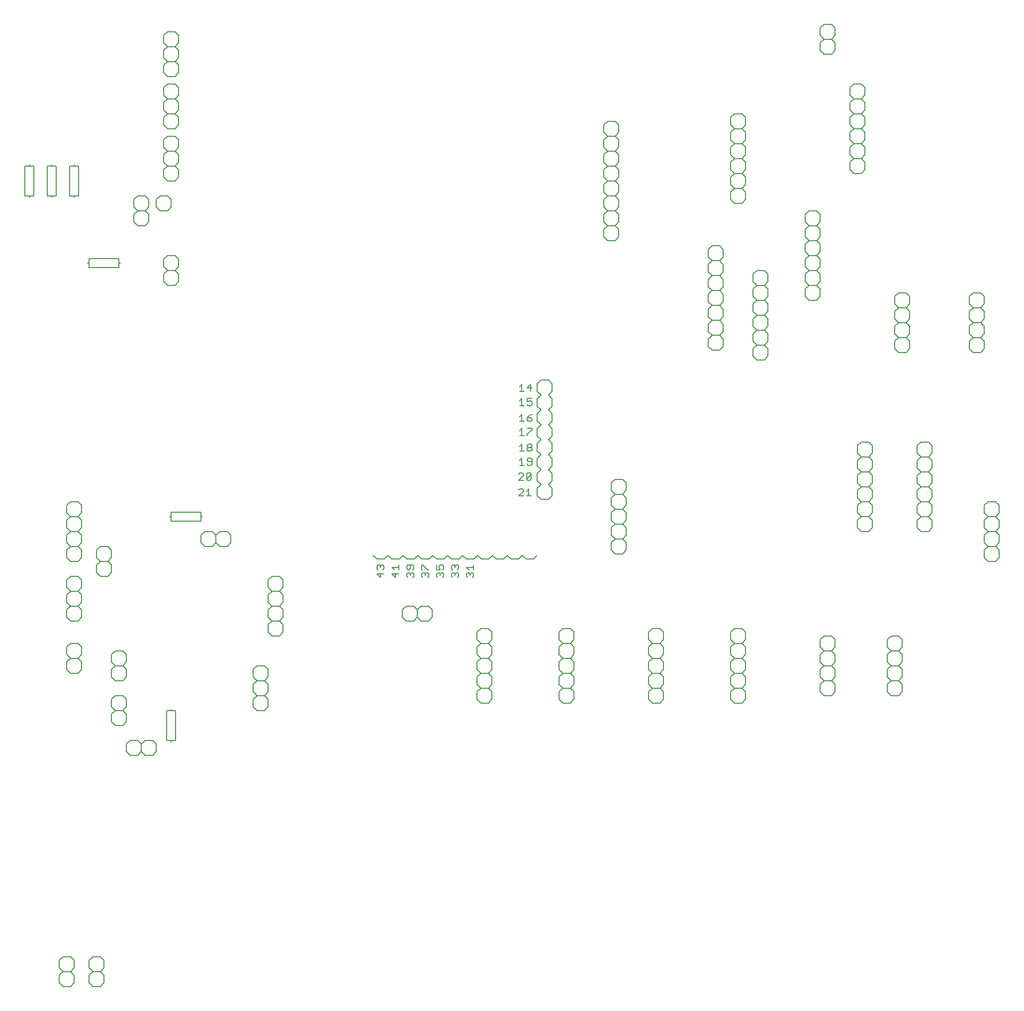
<source format=gto>
G75*
%MOIN*%
%OFA0B0*%
%FSLAX25Y25*%
%IPPOS*%
%LPD*%
%AMOC8*
5,1,8,0,0,1.08239X$1,22.5*
%
%ADD10C,0.00600*%
%ADD11C,0.00800*%
D10*
X0053000Y0055500D02*
X0053000Y0060500D01*
X0055500Y0063000D01*
X0053000Y0065500D01*
X0053000Y0070500D01*
X0055500Y0073000D01*
X0060500Y0073000D01*
X0063000Y0070500D01*
X0063000Y0065500D01*
X0060500Y0063000D01*
X0063000Y0060500D01*
X0063000Y0055500D01*
X0060500Y0053000D01*
X0055500Y0053000D01*
X0053000Y0055500D01*
X0055500Y0063000D02*
X0060500Y0063000D01*
X0073000Y0060500D02*
X0073000Y0055500D01*
X0075500Y0053000D01*
X0080500Y0053000D01*
X0083000Y0055500D01*
X0083000Y0060500D01*
X0080500Y0063000D01*
X0075500Y0063000D01*
X0073000Y0060500D01*
X0075500Y0063000D02*
X0073000Y0065500D01*
X0073000Y0070500D01*
X0075500Y0073000D01*
X0080500Y0073000D01*
X0083000Y0070500D01*
X0083000Y0065500D01*
X0080500Y0063000D01*
X0100500Y0208000D02*
X0105500Y0208000D01*
X0108000Y0210500D01*
X0110500Y0208000D01*
X0115500Y0208000D01*
X0118000Y0210500D01*
X0118000Y0215500D01*
X0115500Y0218000D01*
X0110500Y0218000D01*
X0108000Y0215500D01*
X0108000Y0210500D01*
X0108000Y0215500D02*
X0105500Y0218000D01*
X0100500Y0218000D01*
X0098000Y0215500D01*
X0098000Y0210500D01*
X0100500Y0208000D01*
X0095500Y0228000D02*
X0090500Y0228000D01*
X0088000Y0230500D01*
X0088000Y0235500D01*
X0090500Y0238000D01*
X0088000Y0240500D01*
X0088000Y0245500D01*
X0090500Y0248000D01*
X0095500Y0248000D01*
X0098000Y0245500D01*
X0098000Y0240500D01*
X0095500Y0238000D01*
X0098000Y0235500D01*
X0098000Y0230500D01*
X0095500Y0228000D01*
X0095500Y0238000D02*
X0090500Y0238000D01*
X0090500Y0258000D02*
X0088000Y0260500D01*
X0088000Y0265500D01*
X0090500Y0268000D01*
X0088000Y0270500D01*
X0088000Y0275500D01*
X0090500Y0278000D01*
X0095500Y0278000D01*
X0098000Y0275500D01*
X0098000Y0270500D01*
X0095500Y0268000D01*
X0098000Y0265500D01*
X0098000Y0260500D01*
X0095500Y0258000D01*
X0090500Y0258000D01*
X0090500Y0268000D02*
X0095500Y0268000D01*
X0068000Y0270500D02*
X0068000Y0265500D01*
X0065500Y0263000D01*
X0060500Y0263000D01*
X0058000Y0265500D01*
X0058000Y0270500D01*
X0060500Y0273000D01*
X0058000Y0275500D01*
X0058000Y0280500D01*
X0060500Y0283000D01*
X0065500Y0283000D01*
X0068000Y0280500D01*
X0068000Y0275500D01*
X0065500Y0273000D01*
X0068000Y0270500D01*
X0065500Y0273000D02*
X0060500Y0273000D01*
X0060500Y0298000D02*
X0058000Y0300500D01*
X0058000Y0305500D01*
X0060500Y0308000D01*
X0058000Y0310500D01*
X0058000Y0315500D01*
X0060500Y0318000D01*
X0058000Y0320500D01*
X0058000Y0325500D01*
X0060500Y0328000D01*
X0065500Y0328000D01*
X0068000Y0325500D01*
X0068000Y0320500D01*
X0065500Y0318000D01*
X0068000Y0315500D01*
X0068000Y0310500D01*
X0065500Y0308000D01*
X0068000Y0305500D01*
X0068000Y0300500D01*
X0065500Y0298000D01*
X0060500Y0298000D01*
X0060500Y0308000D02*
X0065500Y0308000D01*
X0065500Y0318000D02*
X0060500Y0318000D01*
X0078000Y0330500D02*
X0078000Y0335500D01*
X0080500Y0338000D01*
X0078000Y0340500D01*
X0078000Y0345500D01*
X0080500Y0348000D01*
X0085500Y0348000D01*
X0088000Y0345500D01*
X0088000Y0340500D01*
X0085500Y0338000D01*
X0088000Y0335500D01*
X0088000Y0330500D01*
X0085500Y0328000D01*
X0080500Y0328000D01*
X0078000Y0330500D01*
X0080500Y0338000D02*
X0085500Y0338000D01*
X0068000Y0340500D02*
X0065500Y0338000D01*
X0060500Y0338000D01*
X0058000Y0340500D01*
X0058000Y0345500D01*
X0060500Y0348000D01*
X0058000Y0350500D01*
X0058000Y0355500D01*
X0060500Y0358000D01*
X0058000Y0360500D01*
X0058000Y0365500D01*
X0060500Y0368000D01*
X0058000Y0370500D01*
X0058000Y0375500D01*
X0060500Y0378000D01*
X0065500Y0378000D01*
X0068000Y0375500D01*
X0068000Y0370500D01*
X0065500Y0368000D01*
X0068000Y0365500D01*
X0068000Y0360500D01*
X0065500Y0358000D01*
X0060500Y0358000D01*
X0065500Y0358000D02*
X0068000Y0355500D01*
X0068000Y0350500D01*
X0065500Y0348000D01*
X0068000Y0345500D01*
X0068000Y0340500D01*
X0065500Y0348000D02*
X0060500Y0348000D01*
X0060500Y0368000D02*
X0065500Y0368000D01*
X0148000Y0355500D02*
X0148000Y0350500D01*
X0150500Y0348000D01*
X0155500Y0348000D01*
X0158000Y0350500D01*
X0158000Y0355500D01*
X0155500Y0358000D01*
X0150500Y0358000D01*
X0148000Y0355500D01*
X0158000Y0355500D02*
X0160500Y0358000D01*
X0165500Y0358000D01*
X0168000Y0355500D01*
X0168000Y0350500D01*
X0165500Y0348000D01*
X0160500Y0348000D01*
X0158000Y0350500D01*
X0193000Y0325500D02*
X0193000Y0320500D01*
X0195500Y0318000D01*
X0200500Y0318000D01*
X0203000Y0320500D01*
X0203000Y0325500D01*
X0200500Y0328000D01*
X0195500Y0328000D01*
X0193000Y0325500D01*
X0195500Y0318000D02*
X0193000Y0315500D01*
X0193000Y0310500D01*
X0195500Y0308000D01*
X0200500Y0308000D01*
X0203000Y0305500D01*
X0203000Y0300500D01*
X0200500Y0298000D01*
X0203000Y0295500D01*
X0203000Y0290500D01*
X0200500Y0288000D01*
X0195500Y0288000D01*
X0193000Y0290500D01*
X0193000Y0295500D01*
X0195500Y0298000D01*
X0193000Y0300500D01*
X0193000Y0305500D01*
X0195500Y0308000D01*
X0200500Y0308000D02*
X0203000Y0310500D01*
X0203000Y0315500D01*
X0200500Y0318000D01*
X0200500Y0298000D02*
X0195500Y0298000D01*
X0190500Y0268000D02*
X0193000Y0265500D01*
X0193000Y0260500D01*
X0190500Y0258000D01*
X0193000Y0255500D01*
X0193000Y0250500D01*
X0190500Y0248000D01*
X0193000Y0245500D01*
X0193000Y0240500D01*
X0190500Y0238000D01*
X0185500Y0238000D01*
X0183000Y0240500D01*
X0183000Y0245500D01*
X0185500Y0248000D01*
X0183000Y0250500D01*
X0183000Y0255500D01*
X0185500Y0258000D01*
X0183000Y0260500D01*
X0183000Y0265500D01*
X0185500Y0268000D01*
X0190500Y0268000D01*
X0190500Y0258000D02*
X0185500Y0258000D01*
X0185500Y0248000D02*
X0190500Y0248000D01*
X0265854Y0339534D02*
X0270854Y0339534D01*
X0273354Y0342034D01*
X0275854Y0339534D01*
X0280854Y0339534D01*
X0283354Y0342034D01*
X0285854Y0339534D01*
X0290854Y0339534D01*
X0293354Y0342034D01*
X0295854Y0339534D01*
X0300854Y0339534D01*
X0303354Y0342034D01*
X0305854Y0339534D01*
X0310854Y0339534D01*
X0313354Y0342034D01*
X0315854Y0339534D01*
X0320854Y0339534D01*
X0323354Y0342034D01*
X0325854Y0339534D01*
X0330854Y0339534D01*
X0333354Y0342034D01*
X0335854Y0339534D01*
X0340854Y0339534D01*
X0343354Y0342034D01*
X0345854Y0339534D01*
X0350854Y0339534D01*
X0353354Y0342034D01*
X0355854Y0339534D01*
X0360854Y0339534D01*
X0363354Y0342034D01*
X0365854Y0339534D01*
X0370854Y0339534D01*
X0373354Y0342034D01*
X0390500Y0293000D02*
X0395500Y0293000D01*
X0398000Y0290500D01*
X0398000Y0285500D01*
X0395500Y0283000D01*
X0398000Y0280500D01*
X0398000Y0275500D01*
X0395500Y0273000D01*
X0398000Y0270500D01*
X0398000Y0265500D01*
X0395500Y0263000D01*
X0398000Y0260500D01*
X0398000Y0255500D01*
X0395500Y0253000D01*
X0398000Y0250500D01*
X0398000Y0245500D01*
X0395500Y0243000D01*
X0390500Y0243000D01*
X0388000Y0245500D01*
X0388000Y0250500D01*
X0390500Y0253000D01*
X0388000Y0255500D01*
X0388000Y0260500D01*
X0390500Y0263000D01*
X0395500Y0263000D01*
X0390500Y0263000D02*
X0388000Y0265500D01*
X0388000Y0270500D01*
X0390500Y0273000D01*
X0388000Y0275500D01*
X0388000Y0280500D01*
X0390500Y0283000D01*
X0388000Y0285500D01*
X0388000Y0290500D01*
X0390500Y0293000D01*
X0390500Y0283000D02*
X0395500Y0283000D01*
X0395500Y0273000D02*
X0390500Y0273000D01*
X0390500Y0253000D02*
X0395500Y0253000D01*
X0343000Y0250500D02*
X0343000Y0245500D01*
X0340500Y0243000D01*
X0335500Y0243000D01*
X0333000Y0245500D01*
X0333000Y0250500D01*
X0335500Y0253000D01*
X0333000Y0255500D01*
X0333000Y0260500D01*
X0335500Y0263000D01*
X0340500Y0263000D01*
X0343000Y0260500D01*
X0343000Y0255500D01*
X0340500Y0253000D01*
X0343000Y0250500D01*
X0340500Y0253000D02*
X0335500Y0253000D01*
X0335500Y0263000D02*
X0333000Y0265500D01*
X0333000Y0270500D01*
X0335500Y0273000D01*
X0333000Y0275500D01*
X0333000Y0280500D01*
X0335500Y0283000D01*
X0333000Y0285500D01*
X0333000Y0290500D01*
X0335500Y0293000D01*
X0340500Y0293000D01*
X0343000Y0290500D01*
X0343000Y0285500D01*
X0340500Y0283000D01*
X0343000Y0280500D01*
X0343000Y0275500D01*
X0340500Y0273000D01*
X0343000Y0270500D01*
X0343000Y0265500D01*
X0340500Y0263000D01*
X0340500Y0273000D02*
X0335500Y0273000D01*
X0335500Y0283000D02*
X0340500Y0283000D01*
X0303000Y0300500D02*
X0300500Y0298000D01*
X0295500Y0298000D01*
X0293000Y0300500D01*
X0290500Y0298000D01*
X0285500Y0298000D01*
X0283000Y0300500D01*
X0283000Y0305500D01*
X0285500Y0308000D01*
X0290500Y0308000D01*
X0293000Y0305500D01*
X0295500Y0308000D01*
X0300500Y0308000D01*
X0303000Y0305500D01*
X0303000Y0300500D01*
X0293000Y0300500D02*
X0293000Y0305500D01*
X0265854Y0339534D02*
X0263354Y0342034D01*
X0423000Y0345500D02*
X0425500Y0343000D01*
X0430500Y0343000D01*
X0433000Y0345500D01*
X0433000Y0350500D01*
X0430500Y0353000D01*
X0433000Y0355500D01*
X0433000Y0360500D01*
X0430500Y0363000D01*
X0425500Y0363000D01*
X0423000Y0360500D01*
X0423000Y0355500D01*
X0425500Y0353000D01*
X0430500Y0353000D01*
X0425500Y0353000D02*
X0423000Y0350500D01*
X0423000Y0345500D01*
X0425500Y0363000D02*
X0423000Y0365500D01*
X0423000Y0370500D01*
X0425500Y0373000D01*
X0423000Y0375500D01*
X0423000Y0380500D01*
X0425500Y0383000D01*
X0423000Y0385500D01*
X0423000Y0390500D01*
X0425500Y0393000D01*
X0430500Y0393000D01*
X0433000Y0390500D01*
X0433000Y0385500D01*
X0430500Y0383000D01*
X0433000Y0380500D01*
X0433000Y0375500D01*
X0430500Y0373000D01*
X0433000Y0370500D01*
X0433000Y0365500D01*
X0430500Y0363000D01*
X0430500Y0373000D02*
X0425500Y0373000D01*
X0425500Y0383000D02*
X0430500Y0383000D01*
X0450500Y0293000D02*
X0455500Y0293000D01*
X0458000Y0290500D01*
X0458000Y0285500D01*
X0455500Y0283000D01*
X0458000Y0280500D01*
X0458000Y0275500D01*
X0455500Y0273000D01*
X0458000Y0270500D01*
X0458000Y0265500D01*
X0455500Y0263000D01*
X0458000Y0260500D01*
X0458000Y0255500D01*
X0455500Y0253000D01*
X0458000Y0250500D01*
X0458000Y0245500D01*
X0455500Y0243000D01*
X0450500Y0243000D01*
X0448000Y0245500D01*
X0448000Y0250500D01*
X0450500Y0253000D01*
X0448000Y0255500D01*
X0448000Y0260500D01*
X0450500Y0263000D01*
X0455500Y0263000D01*
X0450500Y0263000D02*
X0448000Y0265500D01*
X0448000Y0270500D01*
X0450500Y0273000D01*
X0448000Y0275500D01*
X0448000Y0280500D01*
X0450500Y0283000D01*
X0448000Y0285500D01*
X0448000Y0290500D01*
X0450500Y0293000D01*
X0450500Y0283000D02*
X0455500Y0283000D01*
X0455500Y0273000D02*
X0450500Y0273000D01*
X0450500Y0253000D02*
X0455500Y0253000D01*
X0503000Y0250500D02*
X0503000Y0245500D01*
X0505500Y0243000D01*
X0510500Y0243000D01*
X0513000Y0245500D01*
X0513000Y0250500D01*
X0510500Y0253000D01*
X0513000Y0255500D01*
X0513000Y0260500D01*
X0510500Y0263000D01*
X0505500Y0263000D01*
X0503000Y0260500D01*
X0503000Y0255500D01*
X0505500Y0253000D01*
X0510500Y0253000D01*
X0505500Y0253000D02*
X0503000Y0250500D01*
X0505500Y0263000D02*
X0503000Y0265500D01*
X0503000Y0270500D01*
X0505500Y0273000D01*
X0503000Y0275500D01*
X0503000Y0280500D01*
X0505500Y0283000D01*
X0503000Y0285500D01*
X0503000Y0290500D01*
X0505500Y0293000D01*
X0510500Y0293000D01*
X0513000Y0290500D01*
X0513000Y0285500D01*
X0510500Y0283000D01*
X0513000Y0280500D01*
X0513000Y0275500D01*
X0510500Y0273000D01*
X0513000Y0270500D01*
X0513000Y0265500D01*
X0510500Y0263000D01*
X0510500Y0273000D02*
X0505500Y0273000D01*
X0505500Y0283000D02*
X0510500Y0283000D01*
X0563000Y0280500D02*
X0565500Y0278000D01*
X0570500Y0278000D01*
X0573000Y0280500D01*
X0573000Y0285500D01*
X0570500Y0288000D01*
X0565500Y0288000D01*
X0563000Y0285500D01*
X0563000Y0280500D01*
X0565500Y0278000D02*
X0563000Y0275500D01*
X0563000Y0270500D01*
X0565500Y0268000D01*
X0570500Y0268000D01*
X0573000Y0265500D01*
X0573000Y0260500D01*
X0570500Y0258000D01*
X0573000Y0255500D01*
X0573000Y0250500D01*
X0570500Y0248000D01*
X0565500Y0248000D01*
X0563000Y0250500D01*
X0563000Y0255500D01*
X0565500Y0258000D01*
X0563000Y0260500D01*
X0563000Y0265500D01*
X0565500Y0268000D01*
X0570500Y0268000D02*
X0573000Y0270500D01*
X0573000Y0275500D01*
X0570500Y0278000D01*
X0570500Y0258000D02*
X0565500Y0258000D01*
X0608000Y0255500D02*
X0608000Y0250500D01*
X0610500Y0248000D01*
X0615500Y0248000D01*
X0618000Y0250500D01*
X0618000Y0255500D01*
X0615500Y0258000D01*
X0610500Y0258000D01*
X0608000Y0255500D01*
X0610500Y0258000D02*
X0608000Y0260500D01*
X0608000Y0265500D01*
X0610500Y0268000D01*
X0608000Y0270500D01*
X0608000Y0275500D01*
X0610500Y0278000D01*
X0608000Y0280500D01*
X0608000Y0285500D01*
X0610500Y0288000D01*
X0615500Y0288000D01*
X0618000Y0285500D01*
X0618000Y0280500D01*
X0615500Y0278000D01*
X0618000Y0275500D01*
X0618000Y0270500D01*
X0615500Y0268000D01*
X0610500Y0268000D01*
X0615500Y0268000D02*
X0618000Y0265500D01*
X0618000Y0260500D01*
X0615500Y0258000D01*
X0615500Y0278000D02*
X0610500Y0278000D01*
X0673000Y0340500D02*
X0673000Y0345500D01*
X0675500Y0348000D01*
X0673000Y0350500D01*
X0673000Y0355500D01*
X0675500Y0358000D01*
X0673000Y0360500D01*
X0673000Y0365500D01*
X0675500Y0368000D01*
X0673000Y0370500D01*
X0673000Y0375500D01*
X0675500Y0378000D01*
X0680500Y0378000D01*
X0683000Y0375500D01*
X0683000Y0370500D01*
X0680500Y0368000D01*
X0683000Y0365500D01*
X0683000Y0360500D01*
X0680500Y0358000D01*
X0675500Y0358000D01*
X0680500Y0358000D02*
X0683000Y0355500D01*
X0683000Y0350500D01*
X0680500Y0348000D01*
X0683000Y0345500D01*
X0683000Y0340500D01*
X0680500Y0338000D01*
X0675500Y0338000D01*
X0673000Y0340500D01*
X0675500Y0348000D02*
X0680500Y0348000D01*
X0680500Y0368000D02*
X0675500Y0368000D01*
X0638000Y0365500D02*
X0635500Y0368000D01*
X0630500Y0368000D01*
X0628000Y0365500D01*
X0628000Y0360500D01*
X0630500Y0358000D01*
X0635500Y0358000D01*
X0638000Y0360500D01*
X0638000Y0365500D01*
X0635500Y0368000D02*
X0638000Y0370500D01*
X0638000Y0375500D01*
X0635500Y0378000D01*
X0630500Y0378000D01*
X0628000Y0375500D01*
X0628000Y0370500D01*
X0630500Y0368000D01*
X0630500Y0378000D02*
X0628000Y0380500D01*
X0628000Y0385500D01*
X0630500Y0388000D01*
X0628000Y0390500D01*
X0628000Y0395500D01*
X0630500Y0398000D01*
X0628000Y0400500D01*
X0628000Y0405500D01*
X0630500Y0408000D01*
X0628000Y0410500D01*
X0628000Y0415500D01*
X0630500Y0418000D01*
X0635500Y0418000D01*
X0638000Y0415500D01*
X0638000Y0410500D01*
X0635500Y0408000D01*
X0638000Y0405500D01*
X0638000Y0400500D01*
X0635500Y0398000D01*
X0630500Y0398000D01*
X0635500Y0398000D02*
X0638000Y0395500D01*
X0638000Y0390500D01*
X0635500Y0388000D01*
X0638000Y0385500D01*
X0638000Y0380500D01*
X0635500Y0378000D01*
X0635500Y0388000D02*
X0630500Y0388000D01*
X0630500Y0408000D02*
X0635500Y0408000D01*
X0598000Y0405500D02*
X0598000Y0400500D01*
X0595500Y0398000D01*
X0598000Y0395500D01*
X0598000Y0390500D01*
X0595500Y0388000D01*
X0598000Y0385500D01*
X0598000Y0380500D01*
X0595500Y0378000D01*
X0598000Y0375500D01*
X0598000Y0370500D01*
X0595500Y0368000D01*
X0598000Y0365500D01*
X0598000Y0360500D01*
X0595500Y0358000D01*
X0590500Y0358000D01*
X0588000Y0360500D01*
X0588000Y0365500D01*
X0590500Y0368000D01*
X0588000Y0370500D01*
X0588000Y0375500D01*
X0590500Y0378000D01*
X0595500Y0378000D01*
X0590500Y0378000D02*
X0588000Y0380500D01*
X0588000Y0385500D01*
X0590500Y0388000D01*
X0588000Y0390500D01*
X0588000Y0395500D01*
X0590500Y0398000D01*
X0588000Y0400500D01*
X0588000Y0405500D01*
X0590500Y0408000D01*
X0588000Y0410500D01*
X0588000Y0415500D01*
X0590500Y0418000D01*
X0595500Y0418000D01*
X0598000Y0415500D01*
X0598000Y0410500D01*
X0595500Y0408000D01*
X0598000Y0405500D01*
X0595500Y0408000D02*
X0590500Y0408000D01*
X0590500Y0398000D02*
X0595500Y0398000D01*
X0595500Y0388000D02*
X0590500Y0388000D01*
X0590500Y0368000D02*
X0595500Y0368000D01*
X0525500Y0473000D02*
X0520500Y0473000D01*
X0518000Y0475500D01*
X0518000Y0480500D01*
X0520500Y0483000D01*
X0518000Y0485500D01*
X0518000Y0490500D01*
X0520500Y0493000D01*
X0518000Y0495500D01*
X0518000Y0500500D01*
X0520500Y0503000D01*
X0518000Y0505500D01*
X0518000Y0510500D01*
X0520500Y0513000D01*
X0518000Y0515500D01*
X0518000Y0520500D01*
X0520500Y0523000D01*
X0518000Y0525500D01*
X0518000Y0530500D01*
X0520500Y0533000D01*
X0525500Y0533000D01*
X0528000Y0530500D01*
X0528000Y0525500D01*
X0525500Y0523000D01*
X0528000Y0520500D01*
X0528000Y0515500D01*
X0525500Y0513000D01*
X0520500Y0513000D01*
X0525500Y0513000D02*
X0528000Y0510500D01*
X0528000Y0505500D01*
X0525500Y0503000D01*
X0528000Y0500500D01*
X0528000Y0495500D01*
X0525500Y0493000D01*
X0528000Y0490500D01*
X0528000Y0485500D01*
X0525500Y0483000D01*
X0528000Y0480500D01*
X0528000Y0475500D01*
X0525500Y0473000D01*
X0525500Y0483000D02*
X0520500Y0483000D01*
X0520500Y0493000D02*
X0525500Y0493000D01*
X0525500Y0503000D02*
X0520500Y0503000D01*
X0520500Y0523000D02*
X0525500Y0523000D01*
X0498000Y0522035D02*
X0495500Y0519535D01*
X0498000Y0517035D01*
X0498000Y0512035D01*
X0495500Y0509535D01*
X0498000Y0507035D01*
X0498000Y0502035D01*
X0495500Y0499535D01*
X0490500Y0499535D01*
X0488000Y0502035D01*
X0488000Y0507035D01*
X0490500Y0509535D01*
X0488000Y0512035D01*
X0488000Y0517035D01*
X0490500Y0519535D01*
X0488000Y0522035D01*
X0488000Y0527035D01*
X0490500Y0529535D01*
X0488000Y0532035D01*
X0488000Y0537035D01*
X0490500Y0539535D01*
X0488000Y0542035D01*
X0488000Y0547035D01*
X0490500Y0549535D01*
X0495500Y0549535D01*
X0498000Y0547035D01*
X0498000Y0542035D01*
X0495500Y0539535D01*
X0498000Y0537035D01*
X0498000Y0532035D01*
X0495500Y0529535D01*
X0490500Y0529535D01*
X0495500Y0529535D02*
X0498000Y0527035D01*
X0498000Y0522035D01*
X0495500Y0519535D02*
X0490500Y0519535D01*
X0490500Y0509535D02*
X0495500Y0509535D01*
X0495500Y0499535D02*
X0498000Y0497035D01*
X0498000Y0492035D01*
X0495500Y0489535D01*
X0498000Y0487035D01*
X0498000Y0482035D01*
X0495500Y0479535D01*
X0490500Y0479535D01*
X0488000Y0482035D01*
X0488000Y0487035D01*
X0490500Y0489535D01*
X0488000Y0492035D01*
X0488000Y0497035D01*
X0490500Y0499535D01*
X0490500Y0489535D02*
X0495500Y0489535D01*
X0495500Y0539535D02*
X0490500Y0539535D01*
X0505500Y0578000D02*
X0503000Y0580500D01*
X0503000Y0585500D01*
X0505500Y0588000D01*
X0503000Y0590500D01*
X0503000Y0595500D01*
X0505500Y0598000D01*
X0510500Y0598000D01*
X0513000Y0595500D01*
X0513000Y0590500D01*
X0510500Y0588000D01*
X0513000Y0585500D01*
X0513000Y0580500D01*
X0510500Y0578000D01*
X0505500Y0578000D01*
X0505500Y0588000D02*
X0510500Y0588000D01*
X0510500Y0598000D02*
X0513000Y0600500D01*
X0513000Y0605500D01*
X0510500Y0608000D01*
X0513000Y0610500D01*
X0513000Y0615500D01*
X0510500Y0618000D01*
X0513000Y0620500D01*
X0513000Y0625500D01*
X0510500Y0628000D01*
X0513000Y0630500D01*
X0513000Y0635500D01*
X0510500Y0638000D01*
X0505500Y0638000D01*
X0503000Y0635500D01*
X0503000Y0630500D01*
X0505500Y0628000D01*
X0510500Y0628000D01*
X0505500Y0628000D02*
X0503000Y0625500D01*
X0503000Y0620500D01*
X0505500Y0618000D01*
X0510500Y0618000D01*
X0505500Y0618000D02*
X0503000Y0615500D01*
X0503000Y0610500D01*
X0505500Y0608000D01*
X0510500Y0608000D01*
X0505500Y0608000D02*
X0503000Y0605500D01*
X0503000Y0600500D01*
X0505500Y0598000D01*
X0553000Y0570500D02*
X0555500Y0573000D01*
X0560500Y0573000D01*
X0563000Y0570500D01*
X0563000Y0565500D01*
X0560500Y0563000D01*
X0563000Y0560500D01*
X0563000Y0555500D01*
X0560500Y0553000D01*
X0563000Y0550500D01*
X0563000Y0545500D01*
X0560500Y0543000D01*
X0563000Y0540500D01*
X0563000Y0535500D01*
X0560500Y0533000D01*
X0563000Y0530500D01*
X0563000Y0525500D01*
X0560500Y0523000D01*
X0563000Y0520500D01*
X0563000Y0515500D01*
X0560500Y0513000D01*
X0555500Y0513000D01*
X0553000Y0515500D01*
X0553000Y0520500D01*
X0555500Y0523000D01*
X0553000Y0525500D01*
X0553000Y0530500D01*
X0555500Y0533000D01*
X0560500Y0533000D01*
X0555500Y0533000D02*
X0553000Y0535500D01*
X0553000Y0540500D01*
X0555500Y0543000D01*
X0553000Y0545500D01*
X0553000Y0550500D01*
X0555500Y0553000D01*
X0553000Y0555500D01*
X0553000Y0560500D01*
X0555500Y0563000D01*
X0553000Y0565500D01*
X0553000Y0570500D01*
X0555500Y0563000D02*
X0560500Y0563000D01*
X0560500Y0553000D02*
X0555500Y0553000D01*
X0555500Y0543000D02*
X0560500Y0543000D01*
X0560500Y0523000D02*
X0555500Y0523000D01*
X0613000Y0515500D02*
X0613000Y0510500D01*
X0615500Y0508000D01*
X0620500Y0508000D01*
X0623000Y0510500D01*
X0623000Y0515500D01*
X0620500Y0518000D01*
X0615500Y0518000D01*
X0613000Y0515500D01*
X0615500Y0508000D02*
X0613000Y0505500D01*
X0613000Y0500500D01*
X0615500Y0498000D01*
X0620500Y0498000D01*
X0623000Y0495500D01*
X0623000Y0490500D01*
X0620500Y0488000D01*
X0623000Y0485500D01*
X0623000Y0480500D01*
X0620500Y0478000D01*
X0615500Y0478000D01*
X0613000Y0480500D01*
X0613000Y0485500D01*
X0615500Y0488000D01*
X0613000Y0490500D01*
X0613000Y0495500D01*
X0615500Y0498000D01*
X0620500Y0498000D02*
X0623000Y0500500D01*
X0623000Y0505500D01*
X0620500Y0508000D01*
X0620500Y0488000D02*
X0615500Y0488000D01*
X0663000Y0485500D02*
X0663000Y0480500D01*
X0665500Y0478000D01*
X0670500Y0478000D01*
X0673000Y0480500D01*
X0673000Y0485500D01*
X0670500Y0488000D01*
X0673000Y0490500D01*
X0673000Y0495500D01*
X0670500Y0498000D01*
X0665500Y0498000D01*
X0663000Y0495500D01*
X0663000Y0490500D01*
X0665500Y0488000D01*
X0670500Y0488000D01*
X0665500Y0488000D02*
X0663000Y0485500D01*
X0665500Y0498000D02*
X0663000Y0500500D01*
X0663000Y0505500D01*
X0665500Y0508000D01*
X0663000Y0510500D01*
X0663000Y0515500D01*
X0665500Y0518000D01*
X0670500Y0518000D01*
X0673000Y0515500D01*
X0673000Y0510500D01*
X0670500Y0508000D01*
X0673000Y0505500D01*
X0673000Y0500500D01*
X0670500Y0498000D01*
X0670500Y0508000D02*
X0665500Y0508000D01*
X0590500Y0598000D02*
X0593000Y0600500D01*
X0593000Y0605500D01*
X0590500Y0608000D01*
X0593000Y0610500D01*
X0593000Y0615500D01*
X0590500Y0618000D01*
X0585500Y0618000D01*
X0583000Y0615500D01*
X0583000Y0610500D01*
X0585500Y0608000D01*
X0590500Y0608000D01*
X0585500Y0608000D02*
X0583000Y0605500D01*
X0583000Y0600500D01*
X0585500Y0598000D01*
X0590500Y0598000D01*
X0590500Y0618000D02*
X0593000Y0620500D01*
X0593000Y0625500D01*
X0590500Y0628000D01*
X0593000Y0630500D01*
X0593000Y0635500D01*
X0590500Y0638000D01*
X0593000Y0640500D01*
X0593000Y0645500D01*
X0590500Y0648000D01*
X0593000Y0650500D01*
X0593000Y0655500D01*
X0590500Y0658000D01*
X0585500Y0658000D01*
X0583000Y0655500D01*
X0583000Y0650500D01*
X0585500Y0648000D01*
X0590500Y0648000D01*
X0585500Y0648000D02*
X0583000Y0645500D01*
X0583000Y0640500D01*
X0585500Y0638000D01*
X0590500Y0638000D01*
X0585500Y0638000D02*
X0583000Y0635500D01*
X0583000Y0630500D01*
X0585500Y0628000D01*
X0590500Y0628000D01*
X0585500Y0628000D02*
X0583000Y0625500D01*
X0583000Y0620500D01*
X0585500Y0618000D01*
X0570500Y0678000D02*
X0565500Y0678000D01*
X0563000Y0680500D01*
X0563000Y0685500D01*
X0565500Y0688000D01*
X0563000Y0690500D01*
X0563000Y0695500D01*
X0565500Y0698000D01*
X0570500Y0698000D01*
X0573000Y0695500D01*
X0573000Y0690500D01*
X0570500Y0688000D01*
X0573000Y0685500D01*
X0573000Y0680500D01*
X0570500Y0678000D01*
X0570500Y0688000D02*
X0565500Y0688000D01*
X0428000Y0630500D02*
X0428000Y0625500D01*
X0425500Y0623000D01*
X0428000Y0620500D01*
X0428000Y0615500D01*
X0425500Y0613000D01*
X0428000Y0610500D01*
X0428000Y0605500D01*
X0425500Y0603000D01*
X0428000Y0600500D01*
X0428000Y0595500D01*
X0425500Y0593000D01*
X0428000Y0590500D01*
X0428000Y0585500D01*
X0425500Y0583000D01*
X0428000Y0580500D01*
X0428000Y0575500D01*
X0425500Y0573000D01*
X0428000Y0570500D01*
X0428000Y0565500D01*
X0425500Y0563000D01*
X0428000Y0560500D01*
X0428000Y0555500D01*
X0425500Y0553000D01*
X0420500Y0553000D01*
X0418000Y0555500D01*
X0418000Y0560500D01*
X0420500Y0563000D01*
X0418000Y0565500D01*
X0418000Y0570500D01*
X0420500Y0573000D01*
X0425500Y0573000D01*
X0420500Y0573000D01*
X0418000Y0575500D01*
X0418000Y0580500D01*
X0420500Y0583000D01*
X0418000Y0585500D01*
X0418000Y0590500D01*
X0420500Y0593000D01*
X0425500Y0593000D01*
X0420500Y0593000D01*
X0418000Y0595500D01*
X0418000Y0600500D01*
X0420500Y0603000D01*
X0418000Y0605500D01*
X0418000Y0610500D01*
X0420500Y0613000D01*
X0425500Y0613000D01*
X0420500Y0613000D01*
X0418000Y0615500D01*
X0418000Y0620500D01*
X0420500Y0623000D01*
X0418000Y0625500D01*
X0418000Y0630500D01*
X0420500Y0633000D01*
X0425500Y0633000D01*
X0428000Y0630500D01*
X0425500Y0623000D02*
X0420500Y0623000D01*
X0420500Y0603000D02*
X0425500Y0603000D01*
X0425500Y0583000D02*
X0420500Y0583000D01*
X0420500Y0563000D02*
X0425500Y0563000D01*
X0133000Y0540500D02*
X0133000Y0535500D01*
X0130500Y0533000D01*
X0133000Y0530500D01*
X0133000Y0525500D01*
X0130500Y0523000D01*
X0125500Y0523000D01*
X0123000Y0525500D01*
X0123000Y0530500D01*
X0125500Y0533000D01*
X0123000Y0535500D01*
X0123000Y0540500D01*
X0125500Y0543000D01*
X0130500Y0543000D01*
X0133000Y0540500D01*
X0130500Y0533000D02*
X0125500Y0533000D01*
X0110500Y0563000D02*
X0113000Y0565500D01*
X0113000Y0570500D01*
X0110500Y0573000D01*
X0113000Y0575500D01*
X0113000Y0580500D01*
X0110500Y0583000D01*
X0105500Y0583000D01*
X0103000Y0580500D01*
X0103000Y0575500D01*
X0105500Y0573000D01*
X0110500Y0573000D01*
X0105500Y0573000D02*
X0103000Y0570500D01*
X0103000Y0565500D01*
X0105500Y0563000D01*
X0110500Y0563000D01*
X0120500Y0573000D02*
X0118000Y0575500D01*
X0118000Y0580500D01*
X0120500Y0583000D01*
X0125500Y0583000D01*
X0128000Y0580500D01*
X0128000Y0575500D01*
X0125500Y0573000D01*
X0120500Y0573000D01*
X0125500Y0593000D02*
X0123000Y0595500D01*
X0123000Y0600500D01*
X0125500Y0603000D01*
X0123000Y0605500D01*
X0123000Y0610500D01*
X0125500Y0613000D01*
X0123000Y0615500D01*
X0123000Y0620500D01*
X0125500Y0623000D01*
X0130500Y0623000D01*
X0133000Y0620500D01*
X0133000Y0615500D01*
X0130500Y0613000D01*
X0133000Y0610500D01*
X0133000Y0605500D01*
X0130500Y0603000D01*
X0133000Y0600500D01*
X0133000Y0595500D01*
X0130500Y0593000D01*
X0125500Y0593000D01*
X0125500Y0603000D02*
X0130500Y0603000D01*
X0130500Y0613000D02*
X0125500Y0613000D01*
X0125500Y0628000D02*
X0123000Y0630500D01*
X0123000Y0635500D01*
X0125500Y0638000D01*
X0123000Y0640500D01*
X0123000Y0645500D01*
X0125500Y0648000D01*
X0123000Y0650500D01*
X0123000Y0655500D01*
X0125500Y0658000D01*
X0130500Y0658000D01*
X0133000Y0655500D01*
X0133000Y0650500D01*
X0130500Y0648000D01*
X0133000Y0645500D01*
X0133000Y0640500D01*
X0130500Y0638000D01*
X0133000Y0635500D01*
X0133000Y0630500D01*
X0130500Y0628000D01*
X0125500Y0628000D01*
X0125500Y0638000D02*
X0130500Y0638000D01*
X0130500Y0648000D02*
X0125500Y0648000D01*
X0125500Y0663000D02*
X0123000Y0665500D01*
X0123000Y0670500D01*
X0125500Y0673000D01*
X0123000Y0675500D01*
X0123000Y0680500D01*
X0125500Y0683000D01*
X0123000Y0685500D01*
X0123000Y0690500D01*
X0125500Y0693000D01*
X0130500Y0693000D01*
X0133000Y0690500D01*
X0133000Y0685500D01*
X0130500Y0683000D01*
X0133000Y0680500D01*
X0133000Y0675500D01*
X0130500Y0673000D01*
X0133000Y0670500D01*
X0133000Y0665500D01*
X0130500Y0663000D01*
X0125500Y0663000D01*
X0125500Y0673000D02*
X0130500Y0673000D01*
X0130500Y0683000D02*
X0125500Y0683000D01*
D11*
X0066000Y0603000D02*
X0063000Y0603000D01*
X0063000Y0604000D01*
X0063000Y0603000D02*
X0060000Y0603000D01*
X0060000Y0583000D01*
X0063000Y0583000D01*
X0063000Y0582000D01*
X0063000Y0583000D02*
X0066000Y0583000D01*
X0066000Y0603000D01*
X0051000Y0603000D02*
X0048000Y0603000D01*
X0048000Y0604000D01*
X0048000Y0603000D02*
X0045000Y0603000D01*
X0045000Y0583000D01*
X0048000Y0583000D01*
X0048000Y0582000D01*
X0048000Y0583000D02*
X0051000Y0583000D01*
X0051000Y0603000D01*
X0036000Y0603000D02*
X0033000Y0603000D01*
X0033000Y0604000D01*
X0033000Y0603000D02*
X0030000Y0603000D01*
X0030000Y0583000D01*
X0033000Y0583000D01*
X0033000Y0582000D01*
X0033000Y0583000D02*
X0036000Y0583000D01*
X0036000Y0603000D01*
X0073000Y0541000D02*
X0093000Y0541000D01*
X0093000Y0538000D01*
X0094000Y0538000D01*
X0093000Y0538000D02*
X0093000Y0535000D01*
X0073000Y0535000D01*
X0073000Y0538000D01*
X0072000Y0538000D01*
X0073000Y0538000D02*
X0073000Y0541000D01*
X0128000Y0371000D02*
X0148000Y0371000D01*
X0148000Y0368000D01*
X0149000Y0368000D01*
X0148000Y0368000D02*
X0148000Y0365000D01*
X0128000Y0365000D01*
X0128000Y0368000D01*
X0127000Y0368000D01*
X0128000Y0368000D02*
X0128000Y0371000D01*
X0128000Y0239000D02*
X0128000Y0238000D01*
X0131000Y0238000D01*
X0131000Y0218000D01*
X0128000Y0218000D01*
X0128000Y0217000D01*
X0128000Y0218000D02*
X0125000Y0218000D01*
X0125000Y0238000D01*
X0128000Y0238000D01*
X0265850Y0329524D02*
X0268252Y0327122D01*
X0268252Y0330324D01*
X0266651Y0332278D02*
X0265850Y0333079D01*
X0265850Y0334680D01*
X0266651Y0335481D01*
X0267452Y0335481D01*
X0268252Y0334680D01*
X0269053Y0335481D01*
X0269854Y0335481D01*
X0270654Y0334680D01*
X0270654Y0333079D01*
X0269854Y0332278D01*
X0268252Y0333879D02*
X0268252Y0334680D01*
X0270654Y0329524D02*
X0265850Y0329524D01*
X0275850Y0329524D02*
X0278252Y0327122D01*
X0278252Y0330324D01*
X0277452Y0332278D02*
X0275850Y0333879D01*
X0280654Y0333879D01*
X0280654Y0332278D02*
X0280654Y0335481D01*
X0285850Y0334680D02*
X0285850Y0333079D01*
X0286651Y0332278D01*
X0287452Y0332278D01*
X0288252Y0333079D01*
X0288252Y0335481D01*
X0286651Y0335481D02*
X0285850Y0334680D01*
X0286651Y0335481D02*
X0289854Y0335481D01*
X0290654Y0334680D01*
X0290654Y0333079D01*
X0289854Y0332278D01*
X0289854Y0330324D02*
X0290654Y0329524D01*
X0290654Y0327922D01*
X0289854Y0327122D01*
X0288252Y0328723D02*
X0288252Y0329524D01*
X0289053Y0330324D01*
X0289854Y0330324D01*
X0288252Y0329524D02*
X0287452Y0330324D01*
X0286651Y0330324D01*
X0285850Y0329524D01*
X0285850Y0327922D01*
X0286651Y0327122D01*
X0280654Y0329524D02*
X0275850Y0329524D01*
X0295850Y0329524D02*
X0296651Y0330324D01*
X0297452Y0330324D01*
X0298252Y0329524D01*
X0299053Y0330324D01*
X0299854Y0330324D01*
X0300654Y0329524D01*
X0300654Y0327922D01*
X0299854Y0327122D01*
X0298252Y0328723D02*
X0298252Y0329524D01*
X0295850Y0329524D02*
X0295850Y0327922D01*
X0296651Y0327122D01*
X0295850Y0332278D02*
X0295850Y0335481D01*
X0296651Y0335481D01*
X0299854Y0332278D01*
X0300654Y0332278D01*
X0305850Y0332278D02*
X0308252Y0332278D01*
X0307452Y0333879D01*
X0307452Y0334680D01*
X0308252Y0335481D01*
X0309854Y0335481D01*
X0310654Y0334680D01*
X0310654Y0333079D01*
X0309854Y0332278D01*
X0309854Y0330324D02*
X0310654Y0329524D01*
X0310654Y0327922D01*
X0309854Y0327122D01*
X0308252Y0328723D02*
X0308252Y0329524D01*
X0309053Y0330324D01*
X0309854Y0330324D01*
X0308252Y0329524D02*
X0307452Y0330324D01*
X0306651Y0330324D01*
X0305850Y0329524D01*
X0305850Y0327922D01*
X0306651Y0327122D01*
X0305850Y0332278D02*
X0305850Y0335481D01*
X0315850Y0334680D02*
X0316651Y0335481D01*
X0317452Y0335481D01*
X0318252Y0334680D01*
X0319053Y0335481D01*
X0319854Y0335481D01*
X0320654Y0334680D01*
X0320654Y0333079D01*
X0319854Y0332278D01*
X0319854Y0330324D02*
X0320654Y0329524D01*
X0320654Y0327922D01*
X0319854Y0327122D01*
X0318252Y0328723D02*
X0318252Y0329524D01*
X0319053Y0330324D01*
X0319854Y0330324D01*
X0318252Y0329524D02*
X0317452Y0330324D01*
X0316651Y0330324D01*
X0315850Y0329524D01*
X0315850Y0327922D01*
X0316651Y0327122D01*
X0316651Y0332278D02*
X0315850Y0333079D01*
X0315850Y0334680D01*
X0318252Y0334680D02*
X0318252Y0333879D01*
X0325850Y0333879D02*
X0330654Y0333879D01*
X0330654Y0332278D02*
X0330654Y0335481D01*
X0327452Y0332278D02*
X0325850Y0333879D01*
X0326651Y0330324D02*
X0325850Y0329524D01*
X0325850Y0327922D01*
X0326651Y0327122D01*
X0328252Y0328723D02*
X0328252Y0329524D01*
X0329053Y0330324D01*
X0329854Y0330324D01*
X0330654Y0329524D01*
X0330654Y0327922D01*
X0329854Y0327122D01*
X0328252Y0329524D02*
X0327452Y0330324D01*
X0326651Y0330324D01*
X0360942Y0381834D02*
X0364144Y0385037D01*
X0364144Y0385838D01*
X0363344Y0386638D01*
X0361742Y0386638D01*
X0360942Y0385838D01*
X0360942Y0381834D02*
X0364144Y0381834D01*
X0366098Y0381834D02*
X0369301Y0381834D01*
X0367699Y0381834D02*
X0367699Y0386638D01*
X0366098Y0385037D01*
X0366899Y0392334D02*
X0366098Y0393135D01*
X0369301Y0396338D01*
X0369301Y0393135D01*
X0368500Y0392334D01*
X0366899Y0392334D01*
X0366098Y0393135D02*
X0366098Y0396338D01*
X0366899Y0397138D01*
X0368500Y0397138D01*
X0369301Y0396338D01*
X0373354Y0397034D02*
X0375854Y0399534D01*
X0373354Y0402034D01*
X0373354Y0407034D01*
X0375854Y0409534D01*
X0373354Y0412034D01*
X0373354Y0417034D01*
X0375854Y0419534D01*
X0373354Y0422034D01*
X0373354Y0427034D01*
X0375854Y0429534D01*
X0373354Y0432034D01*
X0373354Y0437034D01*
X0375854Y0439534D01*
X0373354Y0442034D01*
X0373354Y0447034D01*
X0375854Y0449534D01*
X0373354Y0452034D01*
X0373354Y0457034D01*
X0375854Y0459534D01*
X0380854Y0459534D01*
X0383354Y0457034D01*
X0383354Y0452034D01*
X0380854Y0449534D01*
X0383354Y0447034D01*
X0383354Y0442034D01*
X0380854Y0439534D01*
X0383354Y0437034D01*
X0383354Y0432034D01*
X0380854Y0429534D01*
X0383354Y0427034D01*
X0383354Y0422034D01*
X0380854Y0419534D01*
X0383354Y0417034D01*
X0383354Y0412034D01*
X0380854Y0409534D01*
X0383354Y0407034D01*
X0383354Y0402034D01*
X0380854Y0399534D01*
X0383354Y0397034D01*
X0383354Y0392034D01*
X0380854Y0389534D01*
X0383354Y0387034D01*
X0383354Y0382034D01*
X0380854Y0379534D01*
X0375854Y0379534D01*
X0373354Y0382034D01*
X0373354Y0387034D01*
X0375854Y0389534D01*
X0373354Y0392034D01*
X0373354Y0397034D01*
X0369000Y0402334D02*
X0369801Y0403135D01*
X0369801Y0406338D01*
X0369000Y0407138D01*
X0367399Y0407138D01*
X0366598Y0406338D01*
X0366598Y0405537D01*
X0367399Y0404736D01*
X0369801Y0404736D01*
X0369000Y0402334D02*
X0367399Y0402334D01*
X0366598Y0403135D01*
X0364644Y0402334D02*
X0361442Y0402334D01*
X0363043Y0402334D02*
X0363043Y0407138D01*
X0361442Y0405537D01*
X0361442Y0411834D02*
X0364644Y0411834D01*
X0363043Y0411834D02*
X0363043Y0416638D01*
X0361442Y0415037D01*
X0366598Y0415037D02*
X0366598Y0415838D01*
X0367399Y0416638D01*
X0369000Y0416638D01*
X0369801Y0415838D01*
X0369801Y0415037D01*
X0369000Y0414236D01*
X0367399Y0414236D01*
X0366598Y0415037D01*
X0367399Y0414236D02*
X0366598Y0413436D01*
X0366598Y0412635D01*
X0367399Y0411834D01*
X0369000Y0411834D01*
X0369801Y0412635D01*
X0369801Y0413436D01*
X0369000Y0414236D01*
X0366598Y0422334D02*
X0366598Y0423135D01*
X0369801Y0426338D01*
X0369801Y0427138D01*
X0366598Y0427138D01*
X0363043Y0427138D02*
X0363043Y0422334D01*
X0361442Y0422334D02*
X0364644Y0422334D01*
X0361442Y0425537D02*
X0363043Y0427138D01*
X0363043Y0431834D02*
X0363043Y0436638D01*
X0361442Y0435037D01*
X0361442Y0431834D02*
X0364644Y0431834D01*
X0366598Y0432635D02*
X0367399Y0431834D01*
X0369000Y0431834D01*
X0369801Y0432635D01*
X0369801Y0433436D01*
X0369000Y0434236D01*
X0366598Y0434236D01*
X0366598Y0432635D01*
X0366598Y0434236D02*
X0368199Y0435838D01*
X0369801Y0436638D01*
X0369000Y0442334D02*
X0367399Y0442334D01*
X0366598Y0443135D01*
X0366598Y0444736D02*
X0368199Y0445537D01*
X0369000Y0445537D01*
X0369801Y0444736D01*
X0369801Y0443135D01*
X0369000Y0442334D01*
X0366598Y0444736D02*
X0366598Y0447138D01*
X0369801Y0447138D01*
X0369000Y0451834D02*
X0369000Y0456638D01*
X0366598Y0454236D01*
X0369801Y0454236D01*
X0364644Y0451834D02*
X0361442Y0451834D01*
X0363043Y0451834D02*
X0363043Y0456638D01*
X0361442Y0455037D01*
X0363043Y0447138D02*
X0363043Y0442334D01*
X0361442Y0442334D02*
X0364644Y0442334D01*
X0361442Y0445537D02*
X0363043Y0447138D01*
X0363344Y0397138D02*
X0361742Y0397138D01*
X0360942Y0396338D01*
X0363344Y0397138D02*
X0364144Y0396338D01*
X0364144Y0395537D01*
X0360942Y0392334D01*
X0364144Y0392334D01*
M02*

</source>
